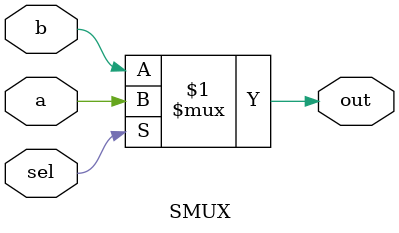
<source format=v>
`timescale 1ns / 1ps
module SMUX(
	out,
	a,
	b,
	sel
    );
output out;
input a,b,sel;
wire out;

assign out=(sel)? a:b;

endmodule

</source>
